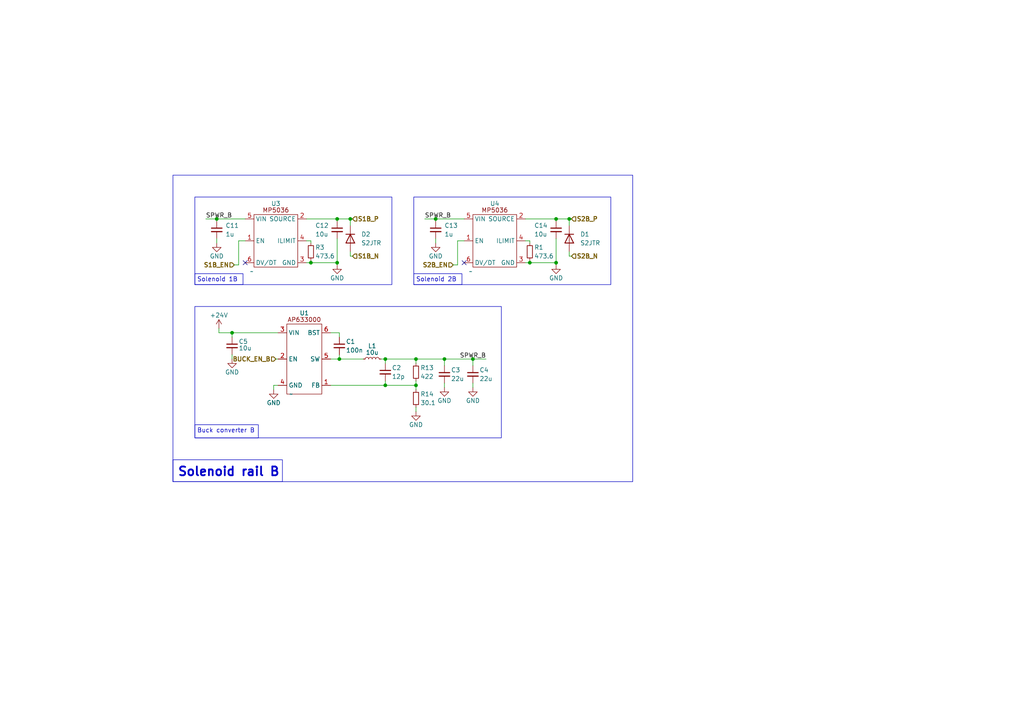
<source format=kicad_sch>
(kicad_sch (version 20230121) (generator eeschema)
  (paper "A4")
  (lib_symbols
    (symbol "Device:C_Small" (pin_numbers hide) (pin_names (offset 0.254) hide)
      (property "Reference" "C" (at 0.254 1.778 0))
      (property "Value" "C_Small" (at 0.254 -2.032 0))
      (symbol "C_Small_0_1"
        (polyline (pts (xy -1.524 -0.508) (xy 1.524 -0.508)) (stroke (width 0.3302)))
        (polyline (pts (xy -1.524 0.508) (xy 1.524 0.508)) (stroke (width 0.3048)))
      )
      (symbol "C_Small_1_1"
        (pin passive line (at 0 2.54 270) (length 2.032) (name "~") (number "1"))
        (pin passive line (at 0 -2.54 90) (length 2.032) (name "~") (number "2"))
      )
    )
    (symbol "Device:L_Small" (pin_numbers hide) (pin_names (offset 0.254) hide)
      (property "Reference" "L" (at 0.762 1.016 0))
      (property "Value" "L_Small" (at 0.762 -1.016 0))
      (symbol "L_Small_0_1"
        (arc (start 0 -2.032) (mid 0.5058 -1.524) (end 0 -1.016))
        (arc (start 0 -1.016) (mid 0.5058 -0.508) (end 0 0))
        (arc (start 0 0) (mid 0.5058 0.508) (end 0 1.016))
        (arc (start 0 1.016) (mid 0.5058 1.524) (end 0 2.032))
      )
      (symbol "L_Small_1_1"
        (pin passive line (at 0 2.54 270) (length 0.508) (name "~") (number "1"))
        (pin passive line (at 0 -2.54 90) (length 0.508) (name "~") (number "2"))
      )
    )
    (symbol "Device:R_Small" (pin_numbers hide) (pin_names (offset 0.254) hide)
      (property "Reference" "R" (at 0.762 0.508 0))
      (property "Value" "R_Small" (at 0.762 -1.016 0))
      (symbol "R_Small_0_1"
        (rectangle (start -0.762 1.778) (end 0.762 -1.778) (stroke (width 0.2032)))
      )
      (symbol "R_Small_1_1"
        (pin passive line (at 0 2.54 270) (length 0.762) (name "~") (number "1"))
        (pin passive line (at 0 -2.54 90) (length 0.762) (name "~") (number "2"))
      )
    )
    (symbol "Diode:S2JTR" (pin_numbers hide) (pin_names hide)
      (property "Reference" "D" (at 0 2.54 0))
      (property "Value" "S2JTR" (at 0 -2.54 0))
      (symbol "S2JTR_0_1"
        (polyline (pts (xy -1.27 1.27) (xy -1.27 -1.27)) (stroke (width 0.254)))
        (polyline (pts (xy 1.27 0) (xy -1.27 0)))
        (polyline (pts (xy 1.27 1.27) (xy 1.27 -1.27) (xy -1.27 0) (xy 1.27 1.27)) (stroke (width 0.254)))
      )
      (symbol "S2JTR_1_1"
        (pin passive line (at -3.81 0 0) (length 2.54) (name "K") (number "1"))
        (pin passive line (at 3.81 0 180) (length 2.54) (name "A") (number "2"))
      )
    )
    (symbol "GND_1" (power) (pin_names (offset 0))
      (property "Value" "GND_1" (at 0 -3.81 0))
      (symbol "GND_1_0_1"
        (polyline (pts (xy 0 0) (xy 0 -1.27) (xy 1.27 -1.27) (xy 0 -2.54) (xy -1.27 -1.27) (xy 0 -1.27)))
      )
      (symbol "GND_1_1_1"
        (pin power_in line (at 0 0 270) (length 0) hide (name "GND") (number "1"))
      )
    )
    (symbol "GND_2" (power) (pin_names (offset 0))
      (property "Value" "GND_2" (at 0 -3.81 0))
      (symbol "GND_2_0_1"
        (polyline (pts (xy 0 0) (xy 0 -1.27) (xy 1.27 -1.27) (xy 0 -2.54) (xy -1.27 -1.27) (xy 0 -1.27)))
      )
      (symbol "GND_2_1_1"
        (pin power_in line (at 0 0 270) (length 0) hide (name "GND") (number "1"))
      )
    )
    (symbol "GND_3" (power) (pin_names (offset 0))
      (property "Value" "GND_3" (at 0 -3.81 0))
      (symbol "GND_3_0_1"
        (polyline (pts (xy 0 0) (xy 0 -1.27) (xy 1.27 -1.27) (xy 0 -2.54) (xy -1.27 -1.27) (xy 0 -1.27)))
      )
      (symbol "GND_3_1_1"
        (pin power_in line (at 0 0 270) (length 0) hide (name "GND") (number "1"))
      )
    )
    (symbol "ap63300:AP633000"
      (property "Reference" "U" (at 0 13.97 0))
      (symbol "AP633000_0_1"
        (rectangle (start -5.08 10.16) (end 5.08 -10.16))
      )
      (symbol "AP633000_1_1"
        (text "AP633000" (at 0 11.43 0) (effects (font (size 1.27 1.27))))
        (pin input line (at 7.62 -7.62 180) (length 2.54) (name "FB") (number "1"))
        (pin input line (at -7.62 0 0) (length 2.54) (name "EN") (number "2"))
        (pin input line (at -7.62 7.62 0) (length 2.54) (name "VIN") (number "3"))
        (pin input line (at -7.62 -7.62 0) (length 2.54) (name "GND") (number "4"))
        (pin input line (at 7.62 0 180) (length 2.54) (name "SW") (number "5"))
        (pin input line (at 7.62 7.62 180) (length 2.54) (name "BST") (number "6"))
      )
    )
    (symbol "mp5036:MP5036"
      (property "Reference" "U" (at 0 11.43 0))
      (symbol "MP5036_0_1"
        (rectangle (start -6.35 7.62) (end 6.35 -7.62))
      )
      (symbol "MP5036_1_1"
        (text "MP5036" (at 0 8.89 0) (effects (font (size 1.27 1.27))))
        (pin input line (at -8.89 0 0) (length 2.54) (name "EN") (number "1"))
        (pin input line (at 8.89 6.35 180) (length 2.54) (name "SOURCE") (number "2"))
        (pin input line (at 8.89 -6.35 180) (length 2.54) (name "GND") (number "3"))
        (pin input line (at 8.89 0 180) (length 2.54) (name "ILIMIT") (number "4"))
        (pin input line (at -8.89 6.35 0) (length 2.54) (name "VIN") (number "5"))
        (pin input line (at -8.89 -6.35 0) (length 2.54) (name "DV/DT") (number "6"))
      )
    )
    (symbol "power:+24V" (power) (pin_names (offset 0))
      (property "Value" "+24V" (at 0 3.556 0))
      (symbol "+24V_0_1"
        (polyline (pts (xy -0.762 1.27) (xy 0 2.54)))
        (polyline (pts (xy 0 0) (xy 0 2.54)))
        (polyline (pts (xy 0 2.54) (xy 0.762 1.27)))
      )
      (symbol "+24V_1_1"
        (pin power_in line (at 0 0 90) (length 0) hide (name "+24V") (number "1"))
      )
    )
  )
  (junction (at 161.29 63.5))
  (junction (at 161.29 76.2))
  (junction (at 120.65 111.76))
  (junction (at 90.17 76.2))
  (junction (at 67.31 96.52))
  (junction (at 97.79 63.5))
  (junction (at 111.76 104.14))
  (junction (at 111.76 111.76))
  (junction (at 165.1 63.5))
  (junction (at 98.425 104.14))
  (junction (at 62.865 63.5))
  (junction (at 126.365 63.5))
  (junction (at 101.6 63.5))
  (junction (at 137.16 104.14))
  (junction (at 128.905 104.14))
  (junction (at 153.67 76.2))
  (junction (at 120.65 104.14))
  (junction (at 97.79 76.2))
  (no_connect (at 71.12 76.2))
  (no_connect (at 134.62 76.2))
  (wire (pts (xy 97.79 63.5) (xy 101.6 63.5)))
  (wire (pts (xy 95.885 104.14) (xy 98.425 104.14)))
  (wire (pts (xy 98.425 104.14) (xy 105.41 104.14)))
  (wire (pts (xy 62.865 69.215) (xy 62.865 70.485)))
  (wire (pts (xy 128.905 111.125) (xy 128.905 112.395)))
  (wire (pts (xy 165.1 73.025) (xy 165.1 74.295)))
  (wire (pts (xy 161.29 69.215) (xy 161.29 76.2)))
  (wire (pts (xy 152.4 76.2) (xy 153.67 76.2)))
  (wire (pts (xy 120.65 104.14) (xy 120.65 105.41)))
  (wire (pts (xy 137.16 104.14) (xy 137.16 106.045)))
  (wire (pts (xy 101.6 65.405) (xy 101.6 63.5)))
  (wire (pts (xy 59.69 63.5) (xy 62.865 63.5)))
  (wire (pts (xy 88.9 63.5) (xy 97.79 63.5)))
  (wire (pts (xy 80.01 104.14) (xy 80.645 104.14)))
  (wire (pts (xy 101.6 74.295) (xy 102.235 74.295)))
  (wire (pts (xy 111.76 111.76) (xy 120.65 111.76)))
  (wire (pts (xy 90.17 76.2) (xy 97.79 76.2)))
  (wire (pts (xy 67.31 96.52) (xy 80.645 96.52)))
  (wire (pts (xy 153.67 69.85) (xy 153.67 70.485)))
  (wire (pts (xy 79.375 113.03) (xy 79.375 111.76)))
  (wire (pts (xy 69.215 69.85) (xy 69.215 76.835)))
  (wire (pts (xy 62.865 63.5) (xy 62.865 64.135)))
  (wire (pts (xy 67.31 97.79) (xy 67.31 96.52)))
  (wire (pts (xy 88.9 69.85) (xy 90.17 69.85)))
  (wire (pts (xy 161.29 76.2) (xy 161.29 76.835)))
  (wire (pts (xy 69.215 69.85) (xy 71.12 69.85)))
  (wire (pts (xy 123.19 63.5) (xy 126.365 63.5)))
  (wire (pts (xy 120.65 111.76) (xy 120.65 110.49)))
  (wire (pts (xy 131.445 76.835) (xy 132.715 76.835)))
  (wire (pts (xy 132.715 69.85) (xy 132.715 76.835)))
  (wire (pts (xy 120.65 104.14) (xy 128.905 104.14)))
  (wire (pts (xy 153.67 75.565) (xy 153.67 76.2)))
  (wire (pts (xy 161.29 63.5) (xy 165.1 63.5)))
  (wire (pts (xy 97.79 69.215) (xy 97.79 76.2)))
  (wire (pts (xy 128.905 104.14) (xy 137.16 104.14)))
  (wire (pts (xy 165.1 63.5) (xy 165.735 63.5)))
  (wire (pts (xy 63.5 95.25) (xy 63.5 96.52)))
  (wire (pts (xy 98.425 104.14) (xy 98.425 102.87)))
  (wire (pts (xy 137.16 104.14) (xy 140.97 104.14)))
  (wire (pts (xy 111.76 104.14) (xy 120.65 104.14)))
  (wire (pts (xy 95.885 111.76) (xy 111.76 111.76)))
  (wire (pts (xy 63.5 96.52) (xy 67.31 96.52)))
  (wire (pts (xy 120.65 111.76) (xy 120.65 113.03)))
  (wire (pts (xy 137.16 111.125) (xy 137.16 112.395)))
  (wire (pts (xy 161.29 63.5) (xy 161.29 64.135)))
  (wire (pts (xy 101.6 73.025) (xy 101.6 74.295)))
  (wire (pts (xy 120.65 118.11) (xy 120.65 119.38)))
  (wire (pts (xy 132.715 69.85) (xy 134.62 69.85)))
  (wire (pts (xy 97.79 63.5) (xy 97.79 64.135)))
  (wire (pts (xy 67.945 76.835) (xy 69.215 76.835)))
  (wire (pts (xy 165.1 65.405) (xy 165.1 63.5)))
  (wire (pts (xy 97.79 76.2) (xy 97.79 76.835)))
  (wire (pts (xy 90.17 75.565) (xy 90.17 76.2)))
  (wire (pts (xy 88.9 76.2) (xy 90.17 76.2)))
  (wire (pts (xy 165.1 74.295) (xy 165.735 74.295)))
  (wire (pts (xy 111.76 110.49) (xy 111.76 111.76)))
  (wire (pts (xy 98.425 96.52) (xy 98.425 97.79)))
  (wire (pts (xy 126.365 63.5) (xy 134.62 63.5)))
  (wire (pts (xy 152.4 63.5) (xy 161.29 63.5)))
  (wire (pts (xy 126.365 63.5) (xy 126.365 64.135)))
  (wire (pts (xy 128.905 104.14) (xy 128.905 106.045)))
  (wire (pts (xy 152.4 69.85) (xy 153.67 69.85)))
  (wire (pts (xy 126.365 69.215) (xy 126.365 70.485)))
  (wire (pts (xy 153.67 76.2) (xy 161.29 76.2)))
  (wire (pts (xy 111.76 104.14) (xy 110.49 104.14)))
  (wire (pts (xy 111.76 105.41) (xy 111.76 104.14)))
  (wire (pts (xy 101.6 63.5) (xy 102.235 63.5)))
  (wire (pts (xy 90.17 69.85) (xy 90.17 70.485)))
  (wire (pts (xy 95.885 96.52) (xy 98.425 96.52)))
  (wire (pts (xy 62.865 63.5) (xy 71.12 63.5)))
  (wire (pts (xy 67.31 102.87) (xy 67.31 104.14)))
  (wire (pts (xy 79.375 111.76) (xy 80.645 111.76)))
  (rectangle (start 56.515 79.375) (end 70.485 82.55))
  (rectangle (start 120.015 57.15) (end 177.165 82.55))
  (rectangle (start 120.015 79.375) (end 133.985 82.55))
  (rectangle (start 50.165 133.35) (end 81.915 139.7))
  (rectangle (start 50.165 50.8) (end 183.515 139.7))
  (rectangle (start 56.515 57.15) (end 113.665 82.55))
  (rectangle (start 56.515 88.9) (end 145.415 127))
  (rectangle (start 56.515 123.19) (end 74.93 127))
  (text "Solenoid 1B" (at 57.15 81.915 0) (effects (font (size 1.27 1.27)) (justify left bottom)))
  (text "Solenoid 2B" (at 120.65 81.915 0) (effects (font (size 1.27 1.27)) (justify left bottom)))
  (text "Buck converter B" (at 57.15 125.73 0) (effects (font (size 1.27 1.27)) (justify left bottom)))
  (text "Solenoid rail B" (at 51.435 138.43 0) (effects (font (size 2.54 2.54) (thickness 0.508) bold) (justify left bottom)))
  (label "SPWR_B" (at 123.19 63.5 0))
  (label "SPWR_B" (at 140.97 104.14 180))
  (label "SPWR_B" (at 59.69 63.5 0))
  (hierarchical_label "BUCK_EN_B" (shape input) (at 80.01 104.14 180) (effects (font bold)))
  (hierarchical_label "S1B_P" (shape input) (at 102.235 63.5 0) (effects (font bold)))
  (hierarchical_label "S2B_EN" (shape input) (at 131.445 76.835 180) (effects (font bold)))
  (hierarchical_label "S1B_N" (shape input) (at 102.235 74.295 0) (effects (font bold)))
  (hierarchical_label "S2B_N" (shape input) (at 165.735 74.295 0) (effects (font bold)))
  (hierarchical_label "S2B_P" (shape input) (at 165.735 63.5 0) (effects (font bold)))
  (hierarchical_label "S1B_EN" (shape input) (at 67.945 76.835 180) (effects (font bold)))
  (symbol (lib_name "GND_2") (lib_id "power:GND") (at 79.375 113.03 0) (unit 1)
    (property "Reference" "#PWR010" (effects hide))
    (property "Value" "GND" (at 79.375 116.84 0))
    (instances (project "UMRT_FC_R1" (path "" (reference "#PWR010") (unit 1)) (path "" (reference "#PWR014") (unit 1))))
  )
  (symbol (lib_id "Device:C_Small") (at 97.79 66.675 0) (unit 1)
    (property "Reference" "C12" (at 91.44 65.405 0) (effects (justify left)))
    (property "Value" "10u" (at 91.44 67.945 0) (effects (justify left)))
    (property "Footprint" "Capacitor_SMD:C_0603_1608Metric" (effects hide))
  )
  (symbol (lib_id "Device:C_Small") (at 62.865 66.675 0) (unit 1)
    (property "Reference" "C11" (at 65.405 65.4113 0) (effects (justify left)))
    (property "Value" "1u" (at 65.405 67.9513 0) (effects (justify left)))
    (property "Footprint" "Capacitor_SMD:C_0603_1608Metric" (effects hide))
    (instances (project "UMRT_FC_R1" (path "" (reference "C11") (unit 1)) (path "" (reference "C10") (unit 1))))
  )
  (symbol (lib_name "GND_1") (lib_id "power:GND") (at 137.16 112.395 0) (unit 1)
    (property "Reference" "#PWR012" (effects hide))
    (property "Value" "GND" (at 137.16 116.205 0))
    (instances (project "UMRT_FC_R1" (path "" (reference "#PWR012") (unit 1)) (path "" (reference "#PWR019") (unit 1))))
  )
  (symbol (lib_id "Device:C_Small") (at 126.365 66.675 0) (unit 1)
    (property "Reference" "C13" (at 128.905 65.4113 0) (effects (justify left)))
    (property "Value" "1u" (at 128.905 67.9513 0) (effects (justify left)))
    (property "Footprint" "Capacitor_SMD:C_0603_1608Metric" (effects hide))
    (instances (project "UMRT_FC_R1" (path "" (reference "C13") (unit 1)) (path "" (reference "C15") (unit 1))))
  )
  (symbol (lib_name "GND_1") (lib_id "power:GND") (at 120.65 119.38 0) (unit 1)
    (property "Reference" "#PWR09" (effects hide))
    (property "Value" "GND" (at 120.65 123.19 0))
    (instances (project "UMRT_FC_R1" (path "" (reference "#PWR09") (unit 1)) (path "" (reference "#PWR016") (unit 1))))
  )
  (symbol (lib_id "Device:R_Small") (at 120.65 115.57 0) (unit 1)
    (property "Reference" "R14" (at 121.92 114.3 0) (effects (justify left)))
    (property "Value" "30.1" (at 121.92 116.84 0) (effects (justify left)))
    (property "Footprint" "Resistor_SMD:R_0603_1608Metric" (effects hide))
    (instances (project "UMRT_FC_R1" (path "" (reference "R14") (unit 1)) (path "" (reference "R7") (unit 1))))
  )
  (symbol (lib_id "mp5036:MP5036") (at 143.51 69.85 0) (unit 1)
    (property "Reference" "U4" (at 143.51 59.055 0))
    (property "Value" "~" (at 136.525 78.74 0))
    (property "Footprint" "Package_TO_SOT_SMD:SOT-23-6" (effects hide))
    (instances (project "UMRT_FC_R1" (path "" (reference "U4") (unit 1)) (path "" (reference "U6") (unit 1))))
  )
  (symbol (lib_id "Device:C_Small") (at 161.29 66.675 0) (unit 1)
    (property "Reference" "C14" (at 154.94 65.405 0) (effects (justify left)))
    (property "Value" "10u" (at 154.94 67.945 0) (effects (justify left)))
    (property "Footprint" "Capacitor_SMD:C_0603_1608Metric" (effects hide))
    (instances (project "UMRT_FC_R1" (path "" (reference "C14") (unit 1)) (path "" (reference "C18") (unit 1))))
  )
  (symbol (lib_id "power:+24V") (at 63.5 95.25 0) (unit 1)
    (property "Reference" "#PWR012" (effects hide))
    (property "Value" "+24V" (at 63.5 91.44 0))
  )
  (symbol (lib_id "Device:C_Small") (at 111.76 107.95 0) (unit 1)
    (property "Reference" "C2" (at 113.665 106.68 0) (effects (justify left)))
    (property "Value" "12p" (at 113.665 109.22 0) (effects (justify left)))
    (property "Footprint" "Capacitor_SMD:C_0805_2012Metric" (effects hide))
    (instances (project "UMRT_FC_R1" (path "" (reference "C2") (unit 1)) (path "" (reference "C14") (unit 1))))
  )
  (symbol (lib_name "GND_1") (lib_id "power:GND") (at 128.905 112.395 0) (unit 1)
    (property "Reference" "#PWR011" (effects hide))
    (property "Value" "GND" (at 128.905 116.205 0))
    (instances (project "UMRT_FC_R1" (path "" (reference "#PWR011") (unit 1)) (path "" (reference "#PWR018") (unit 1))))
  )
  (symbol (lib_id "Device:R_Small") (at 120.65 107.95 0) (unit 1)
    (property "Reference" "R13" (at 121.92 106.68 0) (effects (justify left)))
    (property "Value" "422" (at 121.92 109.22 0) (effects (justify left)))
    (property "Footprint" "Resistor_SMD:R_0603_1608Metric" (effects hide))
    (instances (project "UMRT_FC_R1" (path "" (reference "R13") (unit 1)) (path "" (reference "R6") (unit 1))))
  )
  (symbol (lib_id "Device:R_Small") (at 153.67 73.025 0) (unit 1)
    (property "Reference" "R1" (at 154.94 71.755 0) (effects (justify left)))
    (property "Value" "473.6" (at 154.94 74.295 0) (effects (justify left)))
    (property "Footprint" "Resistor_SMD:R_0603_1608Metric" (effects hide))
    (instances (project "UMRT_FC_R1" (path "" (reference "R1") (unit 1)) (path "" (reference "R8") (unit 1))))
  )
  (symbol (lib_id "ap63300:AP633000") (at 88.265 104.14 0) (unit 1)
    (property "Reference" "U1" (at 88.265 90.805 0))
    (property "Value" "~" (at 84.455 114.3 0))
    (property "Footprint" "Package_TO_SOT_SMD:SOT-23-6" (effects hide))
    (instances (project "UMRT_FC_R1" (path "" (reference "U1") (unit 1)) (path "" (reference "U5") (unit 1))))
  )
  (symbol (lib_id "Diode:S2JTR") (at 165.1 69.215 270) (unit 1)
    (property "Reference" "D1" (at 168.275 67.945 90) (effects (justify left)))
    (property "Value" "S2JTR" (at 168.275 70.485 90) (effects (justify left)))
    (property "Footprint" "Diode_SMD:D_SMB" (effects hide))
    (property "Datasheet" "http://www.smc-diodes.com/propdf/S2A-S2M%20N0562%20REV.A.pdf" (effects hide))
    (property "Sim.Device" "D" (effects hide))
    (property "Sim.Pins" "1=K 2=A" (effects hide))
    (instances (project "UMRT_FC_R1" (path "" (reference "D1") (unit 1)) (path "" (reference "D4") (unit 1))))
  )
  (symbol (lib_id "Device:L_Small") (at 107.95 104.14 90) (unit 1)
    (property "Reference" "L1" (at 107.95 100.33 90))
    (property "Value" "10u" (at 107.95 102.235 90))
    (property "Footprint" "Inductor_SMD:L_Abracon_ASPI-0630LR" (effects hide))
    (instances (project "UMRT_FC_R1" (path "" (reference "L1") (unit 1)) (path "" (reference "L2") (unit 1))))
  )
  (symbol (lib_name "GND_3") (lib_id "power:GND") (at 97.79 76.835 0) (unit 1)
    (property "Reference" "#PWR01" (effects hide))
    (property "Value" "GND" (at 97.79 80.645 0))
    (instances (project "UMRT_FC_R1" (path "" (reference "#PWR01") (unit 1)) (path "" (reference "#PWR015") (unit 1))))
  )
  (symbol (lib_id "Diode:S2JTR") (at 101.6 69.215 270) (unit 1)
    (property "Reference" "D2" (at 104.775 67.945 90) (effects (justify left)))
    (property "Value" "S2JTR" (at 104.775 70.485 90) (effects (justify left)))
    (property "Footprint" "Diode_SMD:D_SMB" (effects hide))
    (property "Datasheet" "http://www.smc-diodes.com/propdf/S2A-S2M%20N0562%20REV.A.pdf" (effects hide))
    (property "Sim.Device" "D" (effects hide))
    (property "Sim.Pins" "1=K 2=A" (effects hide))
    (instances (project "UMRT_FC_R1" (path "" (reference "D2") (unit 1)) (path "" (reference "D3") (unit 1))))
  )
  (symbol (lib_id "Device:C_Small") (at 128.905 108.585 0) (unit 1)
    (property "Reference" "C3" (at 130.81 107.315 0) (effects (justify left)))
    (property "Value" "22u" (at 130.81 109.855 0) (effects (justify left)))
    (property "Footprint" "Capacitor_SMD:C_0805_2012Metric" (effects hide))
    (instances (project "UMRT_FC_R1" (path "" (reference "C3") (unit 1)) (path "" (reference "C16") (unit 1))))
  )
  (symbol (lib_id "Device:R_Small") (at 90.17 73.025 0) (unit 1)
    (property "Reference" "R3" (at 91.44 71.755 0) (effects (justify left)))
    (property "Value" "473.6" (at 91.44 74.295 0) (effects (justify left)))
    (property "Footprint" "Resistor_SMD:R_0603_1608Metric" (effects hide))
    (instances (project "UMRT_FC_R1" (path "" (reference "R3") (unit 1)) (path "" (reference "R5") (unit 1))))
  )
  (symbol (lib_name "GND_3") (lib_id "power:GND") (at 126.365 70.485 0) (unit 1)
    (property "Reference" "#PWR05" (effects hide))
    (property "Value" "GND" (at 126.365 74.295 0))
    (instances (project "UMRT_FC_R1" (path "" (reference "#PWR05") (unit 1)) (path "" (reference "#PWR017") (unit 1))))
  )
  (symbol (lib_id "Device:C_Small") (at 137.16 108.585 0) (unit 1)
    (property "Reference" "C4" (at 139.065 107.315 0) (effects (justify left)))
    (property "Value" "22u" (at 139.065 109.855 0) (effects (justify left)))
    (property "Footprint" "Capacitor_SMD:C_0805_2012Metric" (effects hide))
    (instances (project "UMRT_FC_R1" (path "" (reference "C4") (unit 1)) (path "" (reference "C17") (unit 1))))
  )
  (symbol (lib_name "GND_3") (lib_id "power:GND") (at 62.865 70.485 0) (unit 1)
    (property "Reference" "#PWR03" (effects hide))
    (property "Value" "GND" (at 62.865 74.295 0))
    (instances (project "UMRT_FC_R1" (path "" (reference "#PWR03") (unit 1)) (path "" (reference "#PWR011") (unit 1))))
  )
  (symbol (lib_name "GND_3") (lib_id "power:GND") (at 161.29 76.835 0) (unit 1)
    (property "Reference" "#PWR07" (effects hide))
    (property "Value" "GND" (at 161.29 80.645 0))
    (instances (project "UMRT_FC_R1" (path "" (reference "#PWR07") (unit 1)) (path "" (reference "#PWR020") (unit 1))))
  )
  (symbol (lib_id "Device:C_Small") (at 67.31 100.33 0) (unit 1)
    (property "Reference" "C5" (at 69.215 99.06 0) (effects (justify left)))
    (property "Value" "10u" (at 69.215 100.965 0) (effects (justify left)))
    (property "Footprint" "Capacitor_SMD:C_0805_2012Metric" (effects hide))
    (instances (project "UMRT_FC_R1" (path "" (reference "C5") (unit 1)) (path "" (reference "C6") (unit 1)) (path "" (reference "C11") (unit 1))))
  )
  (symbol (lib_name "GND_2") (lib_id "power:GND") (at 67.31 104.14 0) (unit 1)
    (property "Reference" "#PWR013" (effects hide))
    (property "Value" "GND" (at 67.31 107.95 0))
    (instances (project "UMRT_FC_R1" (path "" (reference "#PWR013") (unit 1)) (path "" (reference "#PWR04") (unit 1)) (path "" (reference "#PWR013") (unit 1))))
  )
  (symbol (lib_id "Device:C_Small") (at 98.425 100.33 0) (unit 1)
    (property "Reference" "C1" (at 100.33 99.06 0) (effects (justify left)))
    (property "Value" "100n" (at 100.33 101.6 0) (effects (justify left)))
    (property "Footprint" "Capacitor_SMD:C_0805_2012Metric" (effects hide))
    (instances (project "UMRT_FC_R1" (path "" (reference "C1") (unit 1)) (path "" (reference "C13") (unit 1))))
  )
  (symbol (lib_id "mp5036:MP5036") (at 80.01 69.85 0) (unit 1)
    (property "Reference" "U3" (at 80.01 59.055 0))
    (property "Value" "~" (at 73.025 78.74 0))
    (property "Footprint" "Package_TO_SOT_SMD:SOT-23-6" (effects hide))
    (instances (project "UMRT_FC_R1" (path "" (reference "U3") (unit 1)) (path "" (reference "U4") (unit 1))))
  )
)
</source>
